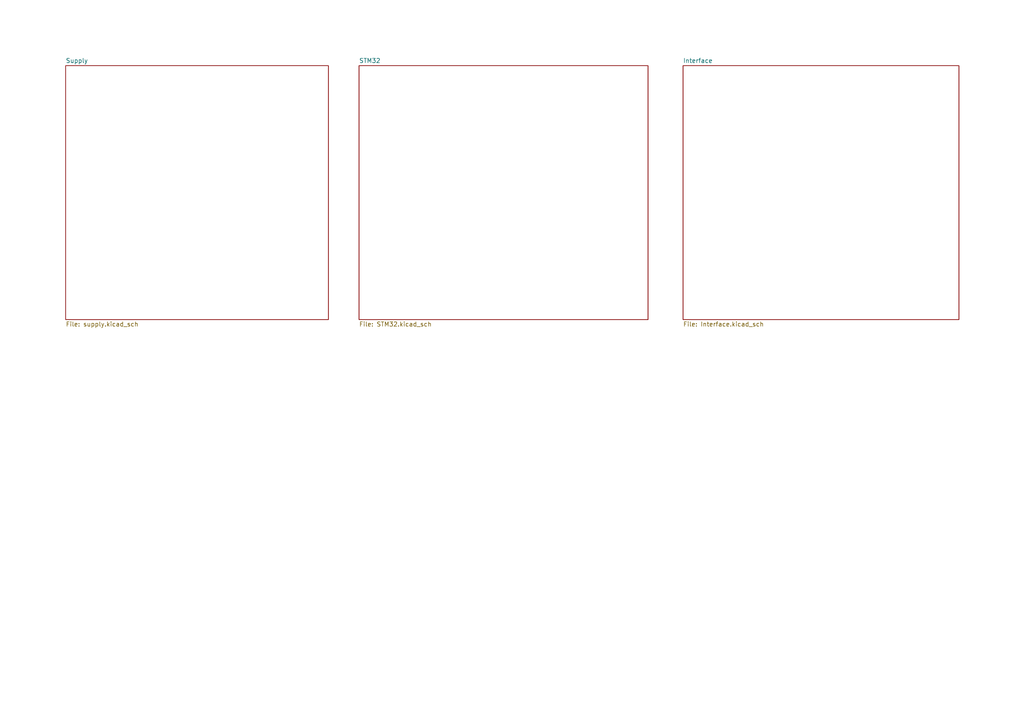
<source format=kicad_sch>
(kicad_sch
	(version 20250114)
	(generator "eeschema")
	(generator_version "9.0")
	(uuid "fb1e7f9a-1970-407a-9a24-5aea0f0ce853")
	(paper "A4")
	(lib_symbols)
	(sheet
		(at 19.05 19.05)
		(size 76.2 73.66)
		(exclude_from_sim no)
		(in_bom yes)
		(on_board yes)
		(dnp no)
		(fields_autoplaced yes)
		(stroke
			(width 0.1524)
			(type solid)
		)
		(fill
			(color 0 0 0 0.0000)
		)
		(uuid "7531e390-5518-4ac3-948e-91f285c05afd")
		(property "Sheetname" "Supply"
			(at 19.05 18.3384 0)
			(effects
				(font
					(size 1.27 1.27)
				)
				(justify left bottom)
			)
		)
		(property "Sheetfile" "supply.kicad_sch"
			(at 19.05 93.2946 0)
			(effects
				(font
					(size 1.27 1.27)
				)
				(justify left top)
			)
		)
		(instances
			(project "PCB_GSE"
				(path "/fb1e7f9a-1970-407a-9a24-5aea0f0ce853"
					(page "2")
				)
			)
		)
	)
	(sheet
		(at 198.12 19.05)
		(size 80.01 73.66)
		(exclude_from_sim no)
		(in_bom yes)
		(on_board yes)
		(dnp no)
		(fields_autoplaced yes)
		(stroke
			(width 0.1524)
			(type solid)
		)
		(fill
			(color 0 0 0 0.0000)
		)
		(uuid "acbc6a68-d495-4895-8b3a-52b5d583832d")
		(property "Sheetname" "Interface"
			(at 198.12 18.3384 0)
			(effects
				(font
					(size 1.27 1.27)
				)
				(justify left bottom)
			)
		)
		(property "Sheetfile" "Interface.kicad_sch"
			(at 198.12 93.2946 0)
			(effects
				(font
					(size 1.27 1.27)
				)
				(justify left top)
			)
		)
		(instances
			(project "PCB_GSE"
				(path "/fb1e7f9a-1970-407a-9a24-5aea0f0ce853"
					(page "4")
				)
			)
		)
	)
	(sheet
		(at 104.14 19.05)
		(size 83.82 73.66)
		(exclude_from_sim no)
		(in_bom yes)
		(on_board yes)
		(dnp no)
		(fields_autoplaced yes)
		(stroke
			(width 0.1524)
			(type solid)
		)
		(fill
			(color 0 0 0 0.0000)
		)
		(uuid "e76dc829-8d8a-4f4e-b982-d009906b2cec")
		(property "Sheetname" "STM32"
			(at 104.14 18.3384 0)
			(effects
				(font
					(size 1.27 1.27)
				)
				(justify left bottom)
			)
		)
		(property "Sheetfile" "STM32.kicad_sch"
			(at 104.14 93.2946 0)
			(effects
				(font
					(size 1.27 1.27)
				)
				(justify left top)
			)
		)
		(instances
			(project "PCB_GSE"
				(path "/fb1e7f9a-1970-407a-9a24-5aea0f0ce853"
					(page "3")
				)
			)
		)
	)
	(sheet_instances
		(path "/"
			(page "1")
		)
	)
	(embedded_fonts no)
)

</source>
